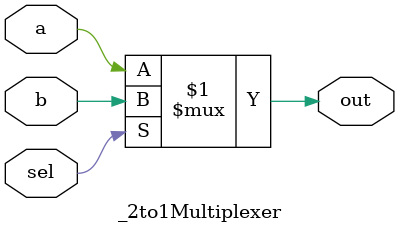
<source format=v>
/* Generated by Yosys 0.62+77 (git sha1 679156d32, g++ 11.5.0 -fPIC -O3) */

module _2to1Multiplexer(a, b, sel, out);
  input a;
  wire a;
  input b;
  wire b;
  input sel;
  wire sel;
  output out;
  wire out;
  assign out = sel ? b : a;
endmodule

</source>
